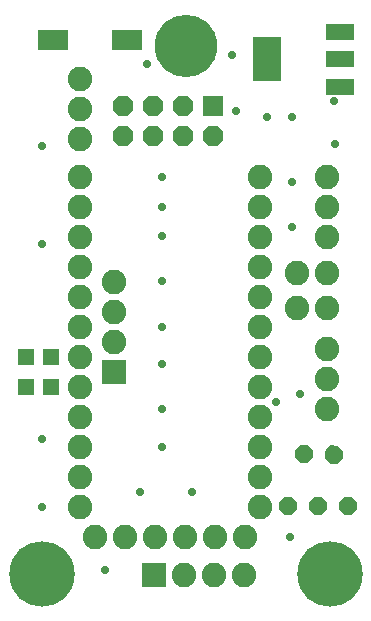
<source format=gbs>
G75*
%MOIN*%
%OFA0B0*%
%FSLAX24Y24*%
%IPPOS*%
%LPD*%
%AMOC8*
5,1,8,0,0,1.08239X$1,22.5*
%
%ADD10R,0.0552X0.0552*%
%ADD11R,0.0960X0.0560*%
%ADD12R,0.0946X0.1497*%
%ADD13R,0.0680X0.0680*%
%ADD14OC8,0.0680*%
%ADD15C,0.0820*%
%ADD16OC8,0.0600*%
%ADD17R,0.0820X0.0820*%
%ADD18C,0.0120*%
%ADD19R,0.0986X0.0710*%
%ADD20C,0.0290*%
%ADD21C,0.2080*%
%ADD22C,0.2180*%
D10*
X007797Y013030D03*
X008623Y013030D03*
X008623Y014030D03*
X007797Y014030D03*
D11*
X018250Y023030D03*
X018250Y023940D03*
X018250Y024850D03*
D12*
X015810Y023940D03*
D13*
X014010Y022370D03*
D14*
X014010Y021370D03*
X013010Y021370D03*
X013010Y022370D03*
X012010Y022370D03*
X012010Y021370D03*
X011010Y021370D03*
X011010Y022370D03*
D15*
X009580Y022280D03*
X009580Y021280D03*
X009580Y020030D03*
X009580Y019030D03*
X009580Y018030D03*
X009580Y017030D03*
X009580Y016030D03*
X009580Y015030D03*
X009580Y014030D03*
X009580Y013030D03*
X009580Y012030D03*
X009580Y011030D03*
X009580Y010030D03*
X009580Y009030D03*
X010080Y008030D03*
X011080Y008030D03*
X012080Y008030D03*
X013080Y008030D03*
X014080Y008030D03*
X015080Y008030D03*
X015580Y009030D03*
X015580Y010030D03*
X015580Y011030D03*
X015580Y012030D03*
X015580Y013030D03*
X015580Y014030D03*
X015580Y015030D03*
X015580Y016030D03*
X015580Y017030D03*
X015580Y018030D03*
X015580Y019030D03*
X015580Y020030D03*
X017810Y020030D03*
X017810Y019030D03*
X017810Y018030D03*
X017820Y016820D03*
X017830Y015640D03*
X016830Y015640D03*
X016820Y016820D03*
X017810Y014270D03*
X017810Y013270D03*
X017810Y012270D03*
X015070Y006740D03*
X014070Y006740D03*
X013070Y006740D03*
X010710Y014530D03*
X010710Y015530D03*
X010710Y016530D03*
X009580Y023280D03*
D16*
X016540Y009035D03*
X017540Y009035D03*
X018540Y009035D03*
D17*
X012070Y006740D03*
X010710Y013530D03*
D18*
X016884Y010744D02*
X016824Y010684D01*
X016828Y010882D01*
X016970Y011020D01*
X017168Y011016D01*
X017306Y010874D01*
X017302Y010676D01*
X017160Y010538D01*
X016962Y010542D01*
X016824Y010684D01*
X016915Y010720D01*
X016917Y010843D01*
X017006Y010929D01*
X017129Y010927D01*
X017215Y010838D01*
X017213Y010715D01*
X017124Y010629D01*
X017001Y010631D01*
X016915Y010720D01*
X017006Y010755D01*
X017007Y010805D01*
X017041Y010838D01*
X017091Y010837D01*
X017124Y010803D01*
X017123Y010753D01*
X017089Y010720D01*
X017039Y010721D01*
X017006Y010755D01*
X017874Y010726D02*
X017814Y010666D01*
X017818Y010864D01*
X017960Y011002D01*
X018158Y010998D01*
X018296Y010856D01*
X018292Y010658D01*
X018150Y010520D01*
X017952Y010524D01*
X017814Y010666D01*
X017905Y010702D01*
X017907Y010825D01*
X017996Y010911D01*
X018119Y010909D01*
X018205Y010820D01*
X018203Y010697D01*
X018114Y010611D01*
X017991Y010613D01*
X017905Y010702D01*
X017996Y010737D01*
X017997Y010787D01*
X018031Y010820D01*
X018081Y010819D01*
X018114Y010785D01*
X018113Y010735D01*
X018079Y010702D01*
X018029Y010703D01*
X017996Y010737D01*
D19*
X011170Y024570D03*
X008690Y024570D03*
D20*
X008690Y024570D03*
X008320Y021050D03*
X008320Y017800D03*
X007860Y014020D03*
X007840Y013030D03*
X008330Y011280D03*
X008330Y009030D03*
X010430Y006930D03*
X011580Y009530D03*
X012330Y011030D03*
X012330Y012280D03*
X012330Y013780D03*
X012330Y015030D03*
X012320Y016550D03*
X012320Y018050D03*
X012330Y019030D03*
X012330Y020030D03*
X014780Y022220D03*
X015810Y022020D03*
X016660Y022010D03*
X018070Y022550D03*
X018080Y021110D03*
X016660Y019840D03*
X016660Y018340D03*
X016930Y012770D03*
X016130Y012510D03*
X013330Y009530D03*
X016580Y008030D03*
X011830Y023780D03*
X014660Y024090D03*
D21*
X013120Y024380D03*
D22*
X008310Y006800D03*
X017920Y006800D03*
M02*

</source>
